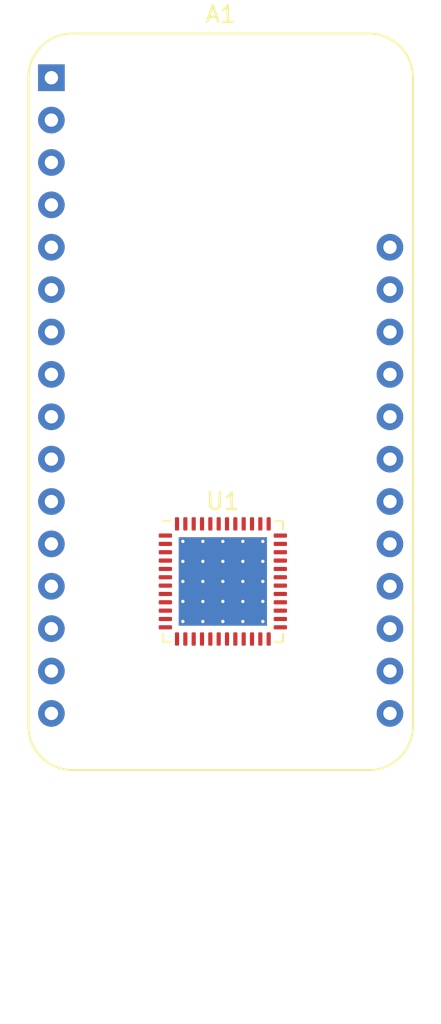
<source format=kicad_pcb>
(kicad_pcb (version 20211014) (generator pcbnew)
  (layers (0 "F.Cu" signal) (31 "B.Cu" signal) (34 "B.Paste" user) (35 "F.Paste" user) (36 "B.SilkS" user "B.Silkscreen") (37 "F.SilkS" user "F.Silkscreen") (38 "B.Mask" user) (39 "F.Mask" user) (44 "Edge.Cuts" user))
  (net 0 "")
  (net 29 "Net-(U1-Pad1)")
  (net 31 "Net-(U1-Pad3)")
  (footprint "Module:Adafruit_Feather_32u4_JC" (layer "F.Cu") (at 124.88 73.93)
    (fp_text reference "A1" (at 10.16 -3.81) (layer "F.SilkS"))
    (fp_text value "Adafruit_Feather_HUZZAH32_ESP32")
    (fp_line (start 19.05 41.493949) (end 1.27 41.493949) (layer "F.SilkS") (width 0.12))
    (fp_line (start 19.05 -2.65) (end 1.27 -2.65) (layer "F.SilkS") (width 0.12))
    (fp_line (start -1.38 0) (end -1.38 38.843949) (layer "F.SilkS") (width 0.12))
    (fp_line (start 21.7 0) (end 21.7 38.843949) (layer "F.SilkS") (width 0.12))
    (fp_arc (start 19.05 -2.65) (mid 20.923833 -1.873833) (end 21.7 0) (layer "F.SilkS") (width 0.12))
    (fp_arc (start -1.38 0) (mid -0.603833 -1.873833) (end 1.27 -2.65) (layer "F.SilkS") (width 0.12))
    (fp_arc (start 21.7 38.843949) (mid 20.923833 40.717782) (end 19.05 41.493949) (layer "F.SilkS") (width 0.12))
    (fp_arc (start 1.27 41.493949) (mid -0.603833 40.717782) (end -1.38 38.843949) (layer "F.SilkS") (width 0.12))
    (pad "1" thru_hole rect (at 0 0 180) (size 1.6 1.6) (drill 0.8) (layers *.Cu *.Mask))
    (pad "2" thru_hole circle (at 0 2.54 180) (size 1.6 1.6) (drill 0.8) (layers *.Cu *.Mask))
    (pad "3" thru_hole circle (at 0 5.08 180) (size 1.6 1.6) (drill 0.8) (layers *.Cu *.Mask))
    (pad "4" thru_hole circle (at 0 7.62 180) (size 1.6 1.6) (drill 0.8) (layers *.Cu *.Mask))
    (pad "5" thru_hole circle (at 0 10.16 180) (size 1.6 1.6) (drill 0.8) (layers *.Cu *.Mask))
    (pad "6" thru_hole circle (at 0 12.7 180) (size 1.6 1.6) (drill 0.8) (layers *.Cu *.Mask))
    (pad "7" thru_hole circle (at 0 15.24 180) (size 1.6 1.6) (drill 0.8) (layers *.Cu *.Mask))
    (pad "8" thru_hole circle (at 0 17.78 180) (size 1.6 1.6) (drill 0.8) (layers *.Cu *.Mask))
    (pad "9" thru_hole circle (at 0 20.32 180) (size 1.6 1.6) (drill 0.8) (layers *.Cu *.Mask))
    (pad "10" thru_hole circle (at 0 22.86 180) (size 1.6 1.6) (drill 0.8) (layers *.Cu *.Mask))
    (pad "11" thru_hole circle (at 0 25.4 180) (size 1.6 1.6) (drill 0.8) (layers *.Cu *.Mask))
    (pad "12" thru_hole circle (at 0 27.94 180) (size 1.6 1.6) (drill 0.8) (layers *.Cu *.Mask))
    (pad "13" thru_hole circle (at 0 30.48 180) (size 1.6 1.6) (drill 0.8) (layers *.Cu *.Mask))
    (pad "14" thru_hole circle (at 0 33.02 180) (size 1.6 1.6) (drill 0.8) (layers *.Cu *.Mask))
    (pad "15" thru_hole circle (at 0 35.56 180) (size 1.6 1.6) (drill 0.8) (layers *.Cu *.Mask))
    (pad "16" thru_hole circle (at 0 38.1 180) (size 1.6 1.6) (drill 0.8) (layers *.Cu *.Mask))
    (pad "17" thru_hole circle (at 20.32 38.1 180) (size 1.6 1.6) (drill 0.8) (layers *.Cu *.Mask))
    (pad "18" thru_hole circle (at 20.32 35.56 180) (size 1.6 1.6) (drill 0.8) (layers *.Cu *.Mask))
    (pad "19" thru_hole circle (at 20.32 33.02 180) (size 1.6 1.6) (drill 0.8) (layers *.Cu *.Mask))
    (pad "20" thru_hole circle (at 20.32 30.48 180) (size 1.6 1.6) (drill 0.8) (layers *.Cu *.Mask))
    (pad "21" thru_hole circle (at 20.32 27.94 180) (size 1.6 1.6) (drill 0.8) (layers *.Cu *.Mask))
    (pad "22" thru_hole circle (at 20.32 25.4 180) (size 1.6 1.6) (drill 0.8) (layers *.Cu *.Mask))
    (pad "23" thru_hole circle (at 20.32 22.86 180) (size 1.6 1.6) (drill 0.8) (layers *.Cu *.Mask))
    (pad "24" thru_hole circle (at 20.32 20.32 180) (size 1.6 1.6) (drill 0.8) (layers *.Cu *.Mask))
    (pad "25" thru_hole circle (at 20.32 17.78 180) (size 1.6 1.6) (drill 0.8) (layers *.Cu *.Mask))
    (pad "26" thru_hole circle (at 20.32 15.24 180) (size 1.6 1.6) (drill 0.8) (layers *.Cu *.Mask))
    (pad "27" thru_hole circle (at 20.32 12.7 180) (size 1.6 1.6) (drill 0.8) (layers *.Cu *.Mask))
    (pad "28" thru_hole circle (at 20.32 10.16 180) (size 1.6 1.6) (drill 0.8) (layers *.Cu *.Mask))
  )
  (footprint "Package_DFN_QFN:QFN-48-1EP_7x7mm_P0.5mm_EP5.3x5.3mm_ThermalVias" (layer "F.Cu") (at 135.17 104.12)
    (fp_text reference "U1" (at 0 -4.8) (layer "F.SilkS"))
    (fp_text value "ESP32-PICO-D4")
    (fp_line (start 3.61 3.61) (end 3.61 3.135) (layer "F.SilkS") (width 0.12))
    (fp_line (start -3.135 -3.61) (end -3.61 -3.61) (layer "F.SilkS") (width 0.12))
    (fp_line (start 3.135 -3.61) (end 3.61 -3.61) (layer "F.SilkS") (width 0.12))
    (fp_line (start 3.135 3.61) (end 3.61 3.61) (layer "F.SilkS") (width 0.12))
    (fp_line (start 3.61 -3.61) (end 3.61 -3.135) (layer "F.SilkS") (width 0.12))
    (fp_line (start -3.135 3.61) (end -3.61 3.61) (layer "F.SilkS") (width 0.12))
    (fp_line (start -3.61 3.61) (end -3.61 3.135) (layer "F.SilkS") (width 0.12))
    (pad "1" smd roundrect (at -3.45 -2.75) (size 0.8 0.25) (layers "F.Cu" "F.Paste" "F.Mask") (net 29 "Net-(U1-Pad1)"))
    (pad "2" smd roundrect (at -3.45 -2.25) (size 0.8 0.25) (layers "F.Cu" "F.Paste" "F.Mask"))
    (pad "3" smd roundrect (at -3.45 -1.75) (size 0.8 0.25) (layers "F.Cu" "F.Paste" "F.Mask") (net 31 "Net-(U1-Pad3)"))
    (pad "4" smd roundrect (at -3.45 -1.25) (size 0.8 0.25) (layers "F.Cu" "F.Paste" "F.Mask") (net 31 "Net-(U1-Pad3)"))
    (pad "5" smd roundrect (at -3.45 -0.75) (size 0.8 0.25) (layers "F.Cu" "F.Paste" "F.Mask"))
    (pad "6" smd roundrect (at -3.45 -0.25) (size 0.8 0.25) (layers "F.Cu" "F.Paste" "F.Mask"))
    (pad "7" smd roundrect (at -3.45 0.25) (size 0.8 0.25) (layers "F.Cu" "F.Paste" "F.Mask"))
    (pad "8" smd roundrect (at -3.45 0.75) (size 0.8 0.25) (layers "F.Cu" "F.Paste" "F.Mask"))
    (pad "9" smd roundrect (at -3.45 1.25) (size 0.8 0.25) (layers "F.Cu" "F.Paste" "F.Mask"))
    (pad "10" smd roundrect (at -3.45 1.75) (size 0.8 0.25) (layers "F.Cu" "F.Paste" "F.Mask"))
    (pad "11" smd roundrect (at -3.45 2.25) (size 0.8 0.25) (layers "F.Cu" "F.Paste" "F.Mask"))
    (pad "12" smd roundrect (at -3.45 2.75) (size 0.8 0.25) (layers "F.Cu" "F.Paste" "F.Mask"))
    (pad "13" smd roundrect (at -2.75 3.45) (size 0.25 0.8) (layers "F.Cu" "F.Paste" "F.Mask"))
    (pad "14" smd roundrect (at -2.25 3.45) (size 0.25 0.8) (layers "F.Cu" "F.Paste" "F.Mask"))
    (pad "15" smd roundrect (at -1.75 3.45) (size 0.25 0.8) (layers "F.Cu" "F.Paste" "F.Mask"))
    (pad "16" smd roundrect (at -1.25 3.45) (size 0.25 0.8) (layers "F.Cu" "F.Paste" "F.Mask"))
    (pad "17" smd roundrect (at -0.75 3.45) (size 0.25 0.8) (layers "F.Cu" "F.Paste" "F.Mask"))
    (pad "18" smd roundrect (at -0.25 3.45) (size 0.25 0.8) (layers "F.Cu" "F.Paste" "F.Mask"))
    (pad "19" smd roundrect (at 0.25 3.45) (size 0.25 0.8) (layers "F.Cu" "F.Paste" "F.Mask"))
    (pad "20" smd roundrect (at 0.75 3.45) (size 0.25 0.8) (layers "F.Cu" "F.Paste" "F.Mask"))
    (pad "21" smd roundrect (at 1.25 3.45) (size 0.25 0.8) (layers "F.Cu" "F.Paste" "F.Mask"))
    (pad "22" smd roundrect (at 1.75 3.45) (size 0.25 0.8) (layers "F.Cu" "F.Paste" "F.Mask"))
    (pad "23" smd roundrect (at 2.25 3.45) (size 0.25 0.8) (layers "F.Cu" "F.Paste" "F.Mask"))
    (pad "24" smd roundrect (at 2.75 3.45) (size 0.25 0.8) (layers "F.Cu" "F.Paste" "F.Mask"))
    (pad "25" smd roundrect (at 3.45 2.75) (size 0.8 0.25) (layers "F.Cu" "F.Paste" "F.Mask"))
    (pad "26" smd roundrect (at 3.45 2.25) (size 0.8 0.25) (layers "F.Cu" "F.Paste" "F.Mask"))
    (pad "27" smd roundrect (at 3.45 1.75) (size 0.8 0.25) (layers "F.Cu" "F.Paste" "F.Mask"))
    (pad "28" smd roundrect (at 3.45 1.25) (size 0.8 0.25) (layers "F.Cu" "F.Paste" "F.Mask"))
    (pad "29" smd roundrect (at 3.45 0.75) (size 0.8 0.25) (layers "F.Cu" "F.Paste" "F.Mask"))
    (pad "30" smd roundrect (at 3.45 0.25) (size 0.8 0.25) (layers "F.Cu" "F.Paste" "F.Mask"))
    (pad "31" smd roundrect (at 3.45 -0.25) (size 0.8 0.25) (layers "F.Cu" "F.Paste" "F.Mask"))
    (pad "32" smd roundrect (at 3.45 -0.75) (size 0.8 0.25) (layers "F.Cu" "F.Paste" "F.Mask"))
    (pad "33" smd roundrect (at 3.45 -1.25) (size 0.8 0.25) (layers "F.Cu" "F.Paste" "F.Mask"))
    (pad "34" smd roundrect (at 3.45 -1.75) (size 0.8 0.25) (layers "F.Cu" "F.Paste" "F.Mask"))
    (pad "35" smd roundrect (at 3.45 -2.25) (size 0.8 0.25) (layers "F.Cu" "F.Paste" "F.Mask"))
    (pad "36" smd roundrect (at 3.45 -2.75) (size 0.8 0.25) (layers "F.Cu" "F.Paste" "F.Mask"))
    (pad "37" smd roundrect (at 2.75 -3.45) (size 0.25 0.8) (layers "F.Cu" "F.Paste" "F.Mask"))
    (pad "38" smd roundrect (at 2.25 -3.45) (size 0.25 0.8) (layers "F.Cu" "F.Paste" "F.Mask"))
    (pad "39" smd roundrect (at 1.75 -3.45) (size 0.25 0.8) (layers "F.Cu" "F.Paste" "F.Mask"))
    (pad "40" smd roundrect (at 1.25 -3.45) (size 0.25 0.8) (layers "F.Cu" "F.Paste" "F.Mask"))
    (pad "41" smd roundrect (at 0.75 -3.45) (size 0.25 0.8) (layers "F.Cu" "F.Paste" "F.Mask"))
    (pad "42" smd roundrect (at 0.25 -3.45) (size 0.25 0.8) (layers "F.Cu" "F.Paste" "F.Mask"))
    (pad "43" smd roundrect (at -0.25 -3.45) (size 0.25 0.8) (layers "F.Cu" "F.Paste" "F.Mask") (net 29 "Net-(U1-Pad1)"))
    (pad "44" smd roundrect (at -0.75 -3.45) (size 0.25 0.8) (layers "F.Cu" "F.Paste" "F.Mask"))
    (pad "45" smd roundrect (at -1.25 -3.45) (size 0.25 0.8) (layers "F.Cu" "F.Paste" "F.Mask"))
    (pad "46" smd roundrect (at -1.75 -3.45) (size 0.25 0.8) (layers "F.Cu" "F.Paste" "F.Mask") (net 29 "Net-(U1-Pad1)"))
    (pad "47" smd roundrect (at -2.25 -3.45) (size 0.25 0.8) (layers "F.Cu" "F.Paste" "F.Mask"))
    (pad "48" smd roundrect (at -2.75 -3.45) (size 0.25 0.8) (layers "F.Cu" "F.Paste" "F.Mask"))
    (pad "49" thru_hole circle (at -2.4 -2.4) (size 0.5 0.5) (drill 0.2) (layers *.Cu))
    (pad "49" thru_hole circle (at -1.2 2.4) (size 0.5 0.5) (drill 0.2) (layers *.Cu))
    (pad "49" thru_hole circle (at 2.4 -1.2) (size 0.5 0.5) (drill 0.2) (layers *.Cu))
    (pad "49" smd rect (at 0 0) (size 5.3 5.3) (layers "F.Cu" "F.Mask"))
    (pad "49" thru_hole circle (at 2.4 0) (size 0.5 0.5) (drill 0.2) (layers *.Cu))
    (pad "49" thru_hole circle (at 0 2.4) (size 0.5 0.5) (drill 0.2) (layers *.Cu))
    (pad "49" thru_hole circle (at 2.4 -2.4) (size 0.5 0.5) (drill 0.2) (layers *.Cu))
    (pad "49" thru_hole circle (at 0 1.2) (size 0.5 0.5) (drill 0.2) (layers *.Cu))
    (pad "49" thru_hole circle (at -1.2 -2.4) (size 0.5 0.5) (drill 0.2) (layers *.Cu))
    (pad "49" thru_hole circle (at 2.4 1.2) (size 0.5 0.5) (drill 0.2) (layers *.Cu))
    (pad "49" thru_hole circle (at -1.2 0) (size 0.5 0.5) (drill 0.2) (layers *.Cu))
    (pad "49" thru_hole circle (at -2.4 1.2) (size 0.5 0.5) (drill 0.2) (layers *.Cu))
    (pad "49" smd rect (at 0 0) (size 5.3 5.3) (layers "B.Cu"))
    (pad "49" thru_hole circle (at 1.2 0) (size 0.5 0.5) (drill 0.2) (layers *.Cu))
    (pad "49" thru_hole circle (at 0 -1.2) (size 0.5 0.5) (drill 0.2) (layers *.Cu))
    (pad "49" thru_hole circle (at 0 0) (size 0.5 0.5) (drill 0.2) (layers *.Cu))
    (pad "49" thru_hole circle (at 0 -2.4) (size 0.5 0.5) (drill 0.2) (layers *.Cu))
    (pad "49" thru_hole circle (at -2.4 2.4) (size 0.5 0.5) (drill 0.2) (layers *.Cu))
    (pad "49" thru_hole circle (at -2.4 -1.2) (size 0.5 0.5) (drill 0.2) (layers *.Cu))
    (pad "49" thru_hole circle (at 2.4 2.4) (size 0.5 0.5) (drill 0.2) (layers *.Cu))
    (pad "49" thru_hole circle (at -1.2 1.2) (size 0.5 0.5) (drill 0.2) (layers *.Cu))
    (pad "49" thru_hole circle (at -1.2 -1.2) (size 0.5 0.5) (drill 0.2) (layers *.Cu))
    (pad "49" thru_hole circle (at 1.2 -2.4) (size 0.5 0.5) (drill 0.2) (layers *.Cu))
    (pad "49" thru_hole circle (at 1.2 1.2) (size 0.5 0.5) (drill 0.2) (layers *.Cu))
    (pad "49" thru_hole circle (at 1.2 2.4) (size 0.5 0.5) (drill 0.2) (layers *.Cu))
    (pad "49" thru_hole circle (at -2.4 0) (size 0.5 0.5) (drill 0.2) (layers *.Cu))
    (pad "49" thru_hole circle (at 1.2 -1.2) (size 0.5 0.5) (drill 0.2) (layers *.Cu))
  )
)
</source>
